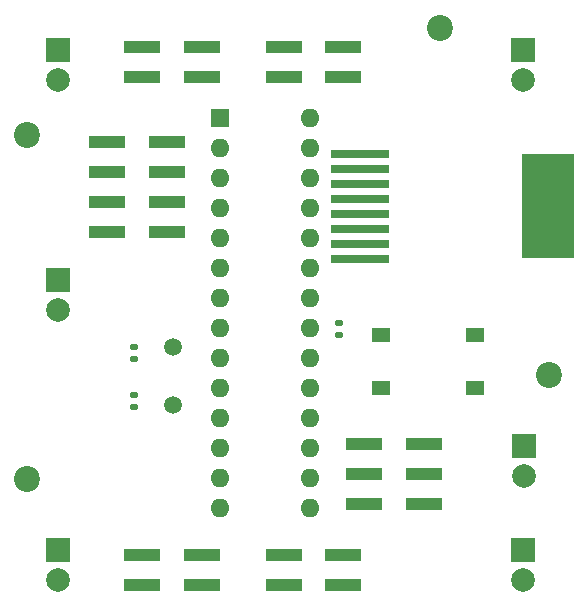
<source format=gbr>
%TF.GenerationSoftware,KiCad,Pcbnew,8.0.7*%
%TF.CreationDate,2024-12-23T09:54:04+01:00*%
%TF.ProjectId,circuit,63697263-7569-4742-9e6b-696361645f70,rev?*%
%TF.SameCoordinates,Original*%
%TF.FileFunction,Soldermask,Top*%
%TF.FilePolarity,Negative*%
%FSLAX46Y46*%
G04 Gerber Fmt 4.6, Leading zero omitted, Abs format (unit mm)*
G04 Created by KiCad (PCBNEW 8.0.7) date 2024-12-23 09:54:04*
%MOMM*%
%LPD*%
G01*
G04 APERTURE LIST*
G04 Aperture macros list*
%AMRoundRect*
0 Rectangle with rounded corners*
0 $1 Rounding radius*
0 $2 $3 $4 $5 $6 $7 $8 $9 X,Y pos of 4 corners*
0 Add a 4 corners polygon primitive as box body*
4,1,4,$2,$3,$4,$5,$6,$7,$8,$9,$2,$3,0*
0 Add four circle primitives for the rounded corners*
1,1,$1+$1,$2,$3*
1,1,$1+$1,$4,$5*
1,1,$1+$1,$6,$7*
1,1,$1+$1,$8,$9*
0 Add four rect primitives between the rounded corners*
20,1,$1+$1,$2,$3,$4,$5,0*
20,1,$1+$1,$4,$5,$6,$7,0*
20,1,$1+$1,$6,$7,$8,$9,0*
20,1,$1+$1,$8,$9,$2,$3,0*%
G04 Aperture macros list end*
%ADD10RoundRect,0.140000X-0.170000X0.140000X-0.170000X-0.140000X0.170000X-0.140000X0.170000X0.140000X0*%
%ADD11R,2.000000X2.000000*%
%ADD12C,2.000000*%
%ADD13R,3.150000X1.000000*%
%ADD14RoundRect,0.140000X0.170000X-0.140000X0.170000X0.140000X-0.170000X0.140000X-0.170000X-0.140000X0*%
%ADD15C,2.200000*%
%ADD16R,5.000000X0.760000*%
%ADD17R,4.500000X8.800000*%
%ADD18R,1.600000X1.600000*%
%ADD19O,1.600000X1.600000*%
%ADD20C,1.500000*%
%ADD21R,1.550000X1.300000*%
G04 APERTURE END LIST*
D10*
%TO.C,C3*%
X239200000Y-70140000D03*
X239200000Y-71100000D03*
%TD*%
D11*
%TO.C,J1.1.3*%
X254750000Y-89300000D03*
D12*
X254750000Y-91840000D03*
%TD*%
D11*
%TO.C,J1.1.1*%
X254750000Y-47000000D03*
D12*
X254750000Y-49540000D03*
%TD*%
D13*
%TO.C,J1.3*%
X222475000Y-89730000D03*
X227525000Y-89730000D03*
X222475000Y-92270000D03*
X227525000Y-92270000D03*
%TD*%
D14*
%TO.C,C2*%
X221800000Y-77180000D03*
X221800000Y-76220000D03*
%TD*%
D15*
%TO.C,REF\u002A\u002A*%
X256950000Y-74500000D03*
%TD*%
%TO.C,REF\u002A\u002A*%
X212750000Y-54200000D03*
%TD*%
%TO.C,REF\u002A\u002A*%
X212750000Y-83300000D03*
%TD*%
D11*
%TO.C,J1.1.2*%
X215350000Y-47000000D03*
D12*
X215350000Y-49540000D03*
%TD*%
D10*
%TO.C,C1*%
X221800000Y-72150000D03*
X221800000Y-73110000D03*
%TD*%
D16*
%TO.C,J4*%
X240920000Y-64645000D03*
X240920000Y-63375000D03*
X240920000Y-62105000D03*
X240920000Y-60835000D03*
X240920000Y-59565000D03*
X240920000Y-58295000D03*
X240920000Y-57025000D03*
X240920000Y-55755000D03*
D17*
X256850000Y-60200000D03*
%TD*%
D11*
%TO.C,J1.2.2*%
X215350000Y-66500000D03*
D12*
X215350000Y-69040000D03*
%TD*%
D18*
%TO.C,U1*%
X229130000Y-52740000D03*
D19*
X229130000Y-55280000D03*
X229130000Y-57820000D03*
X229130000Y-60360000D03*
X229130000Y-62900000D03*
X229130000Y-65440000D03*
X229130000Y-67980000D03*
X229130000Y-70520000D03*
X229130000Y-73060000D03*
X229130000Y-75600000D03*
X229130000Y-78140000D03*
X229130000Y-80680000D03*
X229130000Y-83220000D03*
X229130000Y-85760000D03*
X236750000Y-85760000D03*
X236750000Y-83220000D03*
X236750000Y-80680000D03*
X236750000Y-78140000D03*
X236750000Y-75600000D03*
X236750000Y-73060000D03*
X236750000Y-70520000D03*
X236750000Y-67980000D03*
X236750000Y-65440000D03*
X236750000Y-62900000D03*
X236750000Y-60360000D03*
X236750000Y-57820000D03*
X236750000Y-55280000D03*
X236750000Y-52740000D03*
%TD*%
D13*
%TO.C,J3*%
X246350000Y-85400000D03*
X241300000Y-85400000D03*
X246350000Y-82860000D03*
X241300000Y-82860000D03*
X246350000Y-80320000D03*
X241300000Y-80320000D03*
%TD*%
D15*
%TO.C,REF\u002A\u002A*%
X247750000Y-45100000D03*
%TD*%
D13*
%TO.C,J1.2*%
X234475000Y-46730000D03*
X239525000Y-46730000D03*
X234475000Y-49270000D03*
X239525000Y-49270000D03*
%TD*%
D20*
%TO.C,Y1*%
X225150000Y-72125000D03*
X225150000Y-77025000D03*
%TD*%
D11*
%TO.C,J1.2.1*%
X254850000Y-80500000D03*
D12*
X254850000Y-83040000D03*
%TD*%
D13*
%TO.C,J1.4*%
X239525000Y-92270000D03*
X234475000Y-92270000D03*
X239525000Y-89730000D03*
X234475000Y-89730000D03*
%TD*%
D21*
%TO.C,SW1*%
X242750000Y-71100000D03*
X250700000Y-71100000D03*
X242750000Y-75600000D03*
X250700000Y-75600000D03*
%TD*%
D13*
%TO.C,J1*%
X219550000Y-54760000D03*
X224600000Y-54760000D03*
X219550000Y-57300000D03*
X224600000Y-57300000D03*
X219550000Y-59840000D03*
X224600000Y-59840000D03*
X219550000Y-62380000D03*
X224600000Y-62380000D03*
%TD*%
D11*
%TO.C,J1.1.4*%
X215350000Y-89300000D03*
D12*
X215350000Y-91840000D03*
%TD*%
D13*
%TO.C,J1.1*%
X222475000Y-46730000D03*
X227525000Y-46730000D03*
X222475000Y-49270000D03*
X227525000Y-49270000D03*
%TD*%
M02*

</source>
